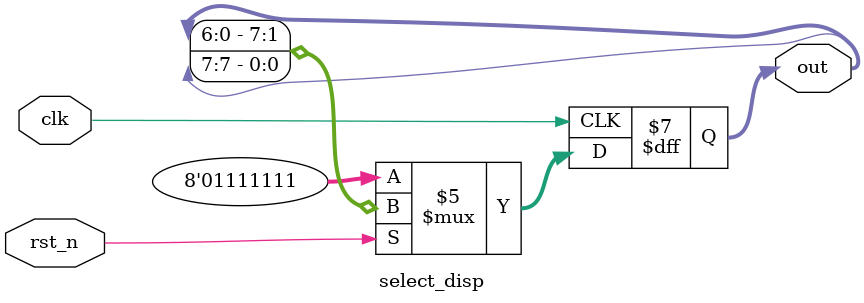
<source format=v>
module select_disp (    //选位信号
    input wire clk,       // Input clock
    input wire rst_n,     // Active low reset
    output reg [7:0] out  // 8-bit output
);

initial begin
    out = 8'b01111_111;    // Initialize output to 1
end

always @(negedge clk) begin
    if (!rst_n) begin
        out <= 8'b01111_111;      // Reset output to 0
    end else begin
        out <= {out[6:0], out[7]}; // Shift output left by 1
    end
end

endmodule
</source>
